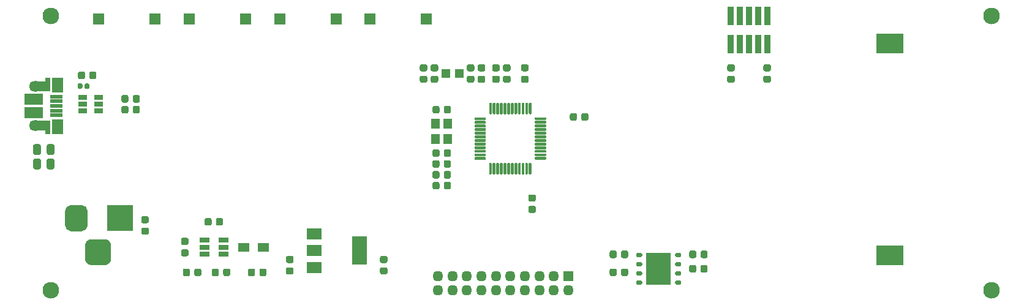
<source format=gbr>
%TF.GenerationSoftware,KiCad,Pcbnew,(5.1.6-0-10_14)*%
%TF.CreationDate,2020-09-13T11:28:01-04:00*%
%TF.ProjectId,EL-Calendar,454c2d43-616c-4656-9e64-61722e6b6963,rev?*%
%TF.SameCoordinates,Original*%
%TF.FileFunction,Soldermask,Top*%
%TF.FilePolarity,Negative*%
%FSLAX46Y46*%
G04 Gerber Fmt 4.6, Leading zero omitted, Abs format (unit mm)*
G04 Created by KiCad (PCBNEW (5.1.6-0-10_14)) date 2020-09-13 11:28:01*
%MOMM*%
%LPD*%
G01*
G04 APERTURE LIST*
%ADD10C,2.300000*%
%ADD11R,3.600000X3.600000*%
%ADD12R,1.200000X1.400000*%
%ADD13R,1.150000X1.200000*%
%ADD14R,1.160000X0.750000*%
%ADD15R,3.500000X4.400000*%
%ADD16R,2.100000X1.600000*%
%ADD17R,2.100000X3.900000*%
%ADD18R,1.320000X0.750000*%
%ADD19R,1.600000X1.600000*%
%ADD20R,1.600000X1.300000*%
%ADD21R,2.600000X1.530000*%
%ADD22O,1.800000X1.450000*%
%ADD23O,1.600000X1.200000*%
%ADD24R,1.750000X0.500000*%
%ADD25R,1.600000X2.100000*%
%ADD26R,0.800000X1.925000*%
%ADD27R,2.100000X1.450000*%
%ADD28O,1.450000X1.450000*%
%ADD29R,1.450000X1.450000*%
%ADD30R,3.700000X2.700000*%
%ADD31R,0.840000X2.500000*%
G04 APERTURE END LIST*
%TO.C,C19*%
G36*
G01*
X79400000Y-102981250D02*
X79400000Y-102018750D01*
G75*
G02*
X79668750Y-101750000I268750J0D01*
G01*
X80206250Y-101750000D01*
G75*
G02*
X80475000Y-102018750I0J-268750D01*
G01*
X80475000Y-102981250D01*
G75*
G02*
X80206250Y-103250000I-268750J0D01*
G01*
X79668750Y-103250000D01*
G75*
G02*
X79400000Y-102981250I0J268750D01*
G01*
G37*
G36*
G01*
X77525000Y-102981250D02*
X77525000Y-102018750D01*
G75*
G02*
X77793750Y-101750000I268750J0D01*
G01*
X78331250Y-101750000D01*
G75*
G02*
X78600000Y-102018750I0J-268750D01*
G01*
X78600000Y-102981250D01*
G75*
G02*
X78331250Y-103250000I-268750J0D01*
G01*
X77793750Y-103250000D01*
G75*
G02*
X77525000Y-102981250I0J268750D01*
G01*
G37*
%TD*%
%TO.C,R13*%
G36*
G01*
X90700000Y-93218750D02*
X90700000Y-93781250D01*
G75*
G02*
X90456250Y-94025000I-243750J0D01*
G01*
X89968750Y-94025000D01*
G75*
G02*
X89725000Y-93781250I0J243750D01*
G01*
X89725000Y-93218750D01*
G75*
G02*
X89968750Y-92975000I243750J0D01*
G01*
X90456250Y-92975000D01*
G75*
G02*
X90700000Y-93218750I0J-243750D01*
G01*
G37*
G36*
G01*
X92275000Y-93218750D02*
X92275000Y-93781250D01*
G75*
G02*
X92031250Y-94025000I-243750J0D01*
G01*
X91543750Y-94025000D01*
G75*
G02*
X91300000Y-93781250I0J243750D01*
G01*
X91300000Y-93218750D01*
G75*
G02*
X91543750Y-92975000I243750J0D01*
G01*
X92031250Y-92975000D01*
G75*
G02*
X92275000Y-93218750I0J-243750D01*
G01*
G37*
%TD*%
%TO.C,R12*%
G36*
G01*
X90700000Y-94718750D02*
X90700000Y-95281250D01*
G75*
G02*
X90456250Y-95525000I-243750J0D01*
G01*
X89968750Y-95525000D01*
G75*
G02*
X89725000Y-95281250I0J243750D01*
G01*
X89725000Y-94718750D01*
G75*
G02*
X89968750Y-94475000I243750J0D01*
G01*
X90456250Y-94475000D01*
G75*
G02*
X90700000Y-94718750I0J-243750D01*
G01*
G37*
G36*
G01*
X92275000Y-94718750D02*
X92275000Y-95281250D01*
G75*
G02*
X92031250Y-95525000I-243750J0D01*
G01*
X91543750Y-95525000D01*
G75*
G02*
X91300000Y-95281250I0J243750D01*
G01*
X91300000Y-94718750D01*
G75*
G02*
X91543750Y-94475000I243750J0D01*
G01*
X92031250Y-94475000D01*
G75*
G02*
X92275000Y-94718750I0J-243750D01*
G01*
G37*
%TD*%
D10*
%TO.C,REF\u002A\u002A*%
X80000000Y-82000000D03*
%TD*%
%TO.C,REF\u002A\u002A*%
X210000000Y-82000000D03*
%TD*%
%TO.C,REF\u002A\u002A*%
X210000000Y-120000000D03*
%TD*%
%TO.C,REF\u002A\u002A*%
X80000000Y-120000000D03*
%TD*%
%TO.C,J1*%
G36*
G01*
X84700000Y-115600000D02*
X84700000Y-113800000D01*
G75*
G02*
X85600000Y-112900000I900000J0D01*
G01*
X87400000Y-112900000D01*
G75*
G02*
X88300000Y-113800000I0J-900000D01*
G01*
X88300000Y-115600000D01*
G75*
G02*
X87400000Y-116500000I-900000J0D01*
G01*
X85600000Y-116500000D01*
G75*
G02*
X84700000Y-115600000I0J900000D01*
G01*
G37*
G36*
G01*
X81950000Y-111025000D02*
X81950000Y-108975000D01*
G75*
G02*
X82725000Y-108200000I775000J0D01*
G01*
X84275000Y-108200000D01*
G75*
G02*
X85050000Y-108975000I0J-775000D01*
G01*
X85050000Y-111025000D01*
G75*
G02*
X84275000Y-111800000I-775000J0D01*
G01*
X82725000Y-111800000D01*
G75*
G02*
X81950000Y-111025000I0J775000D01*
G01*
G37*
D11*
X89500000Y-110000000D03*
%TD*%
D12*
%TO.C,Y2*%
X134825000Y-96950000D03*
X134825000Y-99050000D03*
X133175000Y-99050000D03*
X133175000Y-96950000D03*
%TD*%
D13*
%TO.C,Y1*%
X134575000Y-90000000D03*
X136425000Y-90000000D03*
%TD*%
D14*
%TO.C,U5*%
X86600000Y-94250000D03*
X86600000Y-93300000D03*
X86600000Y-95200000D03*
X84400000Y-95200000D03*
X84400000Y-94250000D03*
X84400000Y-93300000D03*
%TD*%
D15*
%TO.C,U4*%
X164000000Y-117000000D03*
G36*
G01*
X166275000Y-115245000D02*
X166275000Y-114945000D01*
G75*
G02*
X166425000Y-114795000I150000J0D01*
G01*
X166975000Y-114795000D01*
G75*
G02*
X167125000Y-114945000I0J-150000D01*
G01*
X167125000Y-115245000D01*
G75*
G02*
X166975000Y-115395000I-150000J0D01*
G01*
X166425000Y-115395000D01*
G75*
G02*
X166275000Y-115245000I0J150000D01*
G01*
G37*
G36*
G01*
X166275000Y-116515000D02*
X166275000Y-116215000D01*
G75*
G02*
X166425000Y-116065000I150000J0D01*
G01*
X166975000Y-116065000D01*
G75*
G02*
X167125000Y-116215000I0J-150000D01*
G01*
X167125000Y-116515000D01*
G75*
G02*
X166975000Y-116665000I-150000J0D01*
G01*
X166425000Y-116665000D01*
G75*
G02*
X166275000Y-116515000I0J150000D01*
G01*
G37*
G36*
G01*
X166275000Y-117785000D02*
X166275000Y-117485000D01*
G75*
G02*
X166425000Y-117335000I150000J0D01*
G01*
X166975000Y-117335000D01*
G75*
G02*
X167125000Y-117485000I0J-150000D01*
G01*
X167125000Y-117785000D01*
G75*
G02*
X166975000Y-117935000I-150000J0D01*
G01*
X166425000Y-117935000D01*
G75*
G02*
X166275000Y-117785000I0J150000D01*
G01*
G37*
G36*
G01*
X166275000Y-119055000D02*
X166275000Y-118755000D01*
G75*
G02*
X166425000Y-118605000I150000J0D01*
G01*
X166975000Y-118605000D01*
G75*
G02*
X167125000Y-118755000I0J-150000D01*
G01*
X167125000Y-119055000D01*
G75*
G02*
X166975000Y-119205000I-150000J0D01*
G01*
X166425000Y-119205000D01*
G75*
G02*
X166275000Y-119055000I0J150000D01*
G01*
G37*
G36*
G01*
X160875000Y-119055000D02*
X160875000Y-118755000D01*
G75*
G02*
X161025000Y-118605000I150000J0D01*
G01*
X161575000Y-118605000D01*
G75*
G02*
X161725000Y-118755000I0J-150000D01*
G01*
X161725000Y-119055000D01*
G75*
G02*
X161575000Y-119205000I-150000J0D01*
G01*
X161025000Y-119205000D01*
G75*
G02*
X160875000Y-119055000I0J150000D01*
G01*
G37*
G36*
G01*
X160875000Y-117785000D02*
X160875000Y-117485000D01*
G75*
G02*
X161025000Y-117335000I150000J0D01*
G01*
X161575000Y-117335000D01*
G75*
G02*
X161725000Y-117485000I0J-150000D01*
G01*
X161725000Y-117785000D01*
G75*
G02*
X161575000Y-117935000I-150000J0D01*
G01*
X161025000Y-117935000D01*
G75*
G02*
X160875000Y-117785000I0J150000D01*
G01*
G37*
G36*
G01*
X160875000Y-116515000D02*
X160875000Y-116215000D01*
G75*
G02*
X161025000Y-116065000I150000J0D01*
G01*
X161575000Y-116065000D01*
G75*
G02*
X161725000Y-116215000I0J-150000D01*
G01*
X161725000Y-116515000D01*
G75*
G02*
X161575000Y-116665000I-150000J0D01*
G01*
X161025000Y-116665000D01*
G75*
G02*
X160875000Y-116515000I0J150000D01*
G01*
G37*
G36*
G01*
X160875000Y-115245000D02*
X160875000Y-114945000D01*
G75*
G02*
X161025000Y-114795000I150000J0D01*
G01*
X161575000Y-114795000D01*
G75*
G02*
X161725000Y-114945000I0J-150000D01*
G01*
X161725000Y-115245000D01*
G75*
G02*
X161575000Y-115395000I-150000J0D01*
G01*
X161025000Y-115395000D01*
G75*
G02*
X160875000Y-115245000I0J150000D01*
G01*
G37*
%TD*%
D16*
%TO.C,U3*%
X116350000Y-112200000D03*
X116350000Y-116800000D03*
X116350000Y-114500000D03*
D17*
X122650000Y-114500000D03*
%TD*%
%TO.C,U2*%
G36*
G01*
X140550000Y-95525000D02*
X140550000Y-94150000D01*
G75*
G02*
X140650000Y-94050000I100000J0D01*
G01*
X140850000Y-94050000D01*
G75*
G02*
X140950000Y-94150000I0J-100000D01*
G01*
X140950000Y-95525000D01*
G75*
G02*
X140850000Y-95625000I-100000J0D01*
G01*
X140650000Y-95625000D01*
G75*
G02*
X140550000Y-95525000I0J100000D01*
G01*
G37*
G36*
G01*
X141050000Y-95525000D02*
X141050000Y-94150000D01*
G75*
G02*
X141150000Y-94050000I100000J0D01*
G01*
X141350000Y-94050000D01*
G75*
G02*
X141450000Y-94150000I0J-100000D01*
G01*
X141450000Y-95525000D01*
G75*
G02*
X141350000Y-95625000I-100000J0D01*
G01*
X141150000Y-95625000D01*
G75*
G02*
X141050000Y-95525000I0J100000D01*
G01*
G37*
G36*
G01*
X141550000Y-95525000D02*
X141550000Y-94150000D01*
G75*
G02*
X141650000Y-94050000I100000J0D01*
G01*
X141850000Y-94050000D01*
G75*
G02*
X141950000Y-94150000I0J-100000D01*
G01*
X141950000Y-95525000D01*
G75*
G02*
X141850000Y-95625000I-100000J0D01*
G01*
X141650000Y-95625000D01*
G75*
G02*
X141550000Y-95525000I0J100000D01*
G01*
G37*
G36*
G01*
X142050000Y-95525000D02*
X142050000Y-94150000D01*
G75*
G02*
X142150000Y-94050000I100000J0D01*
G01*
X142350000Y-94050000D01*
G75*
G02*
X142450000Y-94150000I0J-100000D01*
G01*
X142450000Y-95525000D01*
G75*
G02*
X142350000Y-95625000I-100000J0D01*
G01*
X142150000Y-95625000D01*
G75*
G02*
X142050000Y-95525000I0J100000D01*
G01*
G37*
G36*
G01*
X142550000Y-95525000D02*
X142550000Y-94150000D01*
G75*
G02*
X142650000Y-94050000I100000J0D01*
G01*
X142850000Y-94050000D01*
G75*
G02*
X142950000Y-94150000I0J-100000D01*
G01*
X142950000Y-95525000D01*
G75*
G02*
X142850000Y-95625000I-100000J0D01*
G01*
X142650000Y-95625000D01*
G75*
G02*
X142550000Y-95525000I0J100000D01*
G01*
G37*
G36*
G01*
X143050000Y-95525000D02*
X143050000Y-94150000D01*
G75*
G02*
X143150000Y-94050000I100000J0D01*
G01*
X143350000Y-94050000D01*
G75*
G02*
X143450000Y-94150000I0J-100000D01*
G01*
X143450000Y-95525000D01*
G75*
G02*
X143350000Y-95625000I-100000J0D01*
G01*
X143150000Y-95625000D01*
G75*
G02*
X143050000Y-95525000I0J100000D01*
G01*
G37*
G36*
G01*
X143550000Y-95525000D02*
X143550000Y-94150000D01*
G75*
G02*
X143650000Y-94050000I100000J0D01*
G01*
X143850000Y-94050000D01*
G75*
G02*
X143950000Y-94150000I0J-100000D01*
G01*
X143950000Y-95525000D01*
G75*
G02*
X143850000Y-95625000I-100000J0D01*
G01*
X143650000Y-95625000D01*
G75*
G02*
X143550000Y-95525000I0J100000D01*
G01*
G37*
G36*
G01*
X144050000Y-95525000D02*
X144050000Y-94150000D01*
G75*
G02*
X144150000Y-94050000I100000J0D01*
G01*
X144350000Y-94050000D01*
G75*
G02*
X144450000Y-94150000I0J-100000D01*
G01*
X144450000Y-95525000D01*
G75*
G02*
X144350000Y-95625000I-100000J0D01*
G01*
X144150000Y-95625000D01*
G75*
G02*
X144050000Y-95525000I0J100000D01*
G01*
G37*
G36*
G01*
X144550000Y-95525000D02*
X144550000Y-94150000D01*
G75*
G02*
X144650000Y-94050000I100000J0D01*
G01*
X144850000Y-94050000D01*
G75*
G02*
X144950000Y-94150000I0J-100000D01*
G01*
X144950000Y-95525000D01*
G75*
G02*
X144850000Y-95625000I-100000J0D01*
G01*
X144650000Y-95625000D01*
G75*
G02*
X144550000Y-95525000I0J100000D01*
G01*
G37*
G36*
G01*
X145050000Y-95525000D02*
X145050000Y-94150000D01*
G75*
G02*
X145150000Y-94050000I100000J0D01*
G01*
X145350000Y-94050000D01*
G75*
G02*
X145450000Y-94150000I0J-100000D01*
G01*
X145450000Y-95525000D01*
G75*
G02*
X145350000Y-95625000I-100000J0D01*
G01*
X145150000Y-95625000D01*
G75*
G02*
X145050000Y-95525000I0J100000D01*
G01*
G37*
G36*
G01*
X145550000Y-95525000D02*
X145550000Y-94150000D01*
G75*
G02*
X145650000Y-94050000I100000J0D01*
G01*
X145850000Y-94050000D01*
G75*
G02*
X145950000Y-94150000I0J-100000D01*
G01*
X145950000Y-95525000D01*
G75*
G02*
X145850000Y-95625000I-100000J0D01*
G01*
X145650000Y-95625000D01*
G75*
G02*
X145550000Y-95525000I0J100000D01*
G01*
G37*
G36*
G01*
X146050000Y-95525000D02*
X146050000Y-94150000D01*
G75*
G02*
X146150000Y-94050000I100000J0D01*
G01*
X146350000Y-94050000D01*
G75*
G02*
X146450000Y-94150000I0J-100000D01*
G01*
X146450000Y-95525000D01*
G75*
G02*
X146350000Y-95625000I-100000J0D01*
G01*
X146150000Y-95625000D01*
G75*
G02*
X146050000Y-95525000I0J100000D01*
G01*
G37*
G36*
G01*
X146875000Y-96350000D02*
X146875000Y-96150000D01*
G75*
G02*
X146975000Y-96050000I100000J0D01*
G01*
X148350000Y-96050000D01*
G75*
G02*
X148450000Y-96150000I0J-100000D01*
G01*
X148450000Y-96350000D01*
G75*
G02*
X148350000Y-96450000I-100000J0D01*
G01*
X146975000Y-96450000D01*
G75*
G02*
X146875000Y-96350000I0J100000D01*
G01*
G37*
G36*
G01*
X146875000Y-96850000D02*
X146875000Y-96650000D01*
G75*
G02*
X146975000Y-96550000I100000J0D01*
G01*
X148350000Y-96550000D01*
G75*
G02*
X148450000Y-96650000I0J-100000D01*
G01*
X148450000Y-96850000D01*
G75*
G02*
X148350000Y-96950000I-100000J0D01*
G01*
X146975000Y-96950000D01*
G75*
G02*
X146875000Y-96850000I0J100000D01*
G01*
G37*
G36*
G01*
X146875000Y-97350000D02*
X146875000Y-97150000D01*
G75*
G02*
X146975000Y-97050000I100000J0D01*
G01*
X148350000Y-97050000D01*
G75*
G02*
X148450000Y-97150000I0J-100000D01*
G01*
X148450000Y-97350000D01*
G75*
G02*
X148350000Y-97450000I-100000J0D01*
G01*
X146975000Y-97450000D01*
G75*
G02*
X146875000Y-97350000I0J100000D01*
G01*
G37*
G36*
G01*
X146875000Y-97850000D02*
X146875000Y-97650000D01*
G75*
G02*
X146975000Y-97550000I100000J0D01*
G01*
X148350000Y-97550000D01*
G75*
G02*
X148450000Y-97650000I0J-100000D01*
G01*
X148450000Y-97850000D01*
G75*
G02*
X148350000Y-97950000I-100000J0D01*
G01*
X146975000Y-97950000D01*
G75*
G02*
X146875000Y-97850000I0J100000D01*
G01*
G37*
G36*
G01*
X146875000Y-98350000D02*
X146875000Y-98150000D01*
G75*
G02*
X146975000Y-98050000I100000J0D01*
G01*
X148350000Y-98050000D01*
G75*
G02*
X148450000Y-98150000I0J-100000D01*
G01*
X148450000Y-98350000D01*
G75*
G02*
X148350000Y-98450000I-100000J0D01*
G01*
X146975000Y-98450000D01*
G75*
G02*
X146875000Y-98350000I0J100000D01*
G01*
G37*
G36*
G01*
X146875000Y-98850000D02*
X146875000Y-98650000D01*
G75*
G02*
X146975000Y-98550000I100000J0D01*
G01*
X148350000Y-98550000D01*
G75*
G02*
X148450000Y-98650000I0J-100000D01*
G01*
X148450000Y-98850000D01*
G75*
G02*
X148350000Y-98950000I-100000J0D01*
G01*
X146975000Y-98950000D01*
G75*
G02*
X146875000Y-98850000I0J100000D01*
G01*
G37*
G36*
G01*
X146875000Y-99350000D02*
X146875000Y-99150000D01*
G75*
G02*
X146975000Y-99050000I100000J0D01*
G01*
X148350000Y-99050000D01*
G75*
G02*
X148450000Y-99150000I0J-100000D01*
G01*
X148450000Y-99350000D01*
G75*
G02*
X148350000Y-99450000I-100000J0D01*
G01*
X146975000Y-99450000D01*
G75*
G02*
X146875000Y-99350000I0J100000D01*
G01*
G37*
G36*
G01*
X146875000Y-99850000D02*
X146875000Y-99650000D01*
G75*
G02*
X146975000Y-99550000I100000J0D01*
G01*
X148350000Y-99550000D01*
G75*
G02*
X148450000Y-99650000I0J-100000D01*
G01*
X148450000Y-99850000D01*
G75*
G02*
X148350000Y-99950000I-100000J0D01*
G01*
X146975000Y-99950000D01*
G75*
G02*
X146875000Y-99850000I0J100000D01*
G01*
G37*
G36*
G01*
X146875000Y-100350000D02*
X146875000Y-100150000D01*
G75*
G02*
X146975000Y-100050000I100000J0D01*
G01*
X148350000Y-100050000D01*
G75*
G02*
X148450000Y-100150000I0J-100000D01*
G01*
X148450000Y-100350000D01*
G75*
G02*
X148350000Y-100450000I-100000J0D01*
G01*
X146975000Y-100450000D01*
G75*
G02*
X146875000Y-100350000I0J100000D01*
G01*
G37*
G36*
G01*
X146875000Y-100850000D02*
X146875000Y-100650000D01*
G75*
G02*
X146975000Y-100550000I100000J0D01*
G01*
X148350000Y-100550000D01*
G75*
G02*
X148450000Y-100650000I0J-100000D01*
G01*
X148450000Y-100850000D01*
G75*
G02*
X148350000Y-100950000I-100000J0D01*
G01*
X146975000Y-100950000D01*
G75*
G02*
X146875000Y-100850000I0J100000D01*
G01*
G37*
G36*
G01*
X146875000Y-101350000D02*
X146875000Y-101150000D01*
G75*
G02*
X146975000Y-101050000I100000J0D01*
G01*
X148350000Y-101050000D01*
G75*
G02*
X148450000Y-101150000I0J-100000D01*
G01*
X148450000Y-101350000D01*
G75*
G02*
X148350000Y-101450000I-100000J0D01*
G01*
X146975000Y-101450000D01*
G75*
G02*
X146875000Y-101350000I0J100000D01*
G01*
G37*
G36*
G01*
X146875000Y-101850000D02*
X146875000Y-101650000D01*
G75*
G02*
X146975000Y-101550000I100000J0D01*
G01*
X148350000Y-101550000D01*
G75*
G02*
X148450000Y-101650000I0J-100000D01*
G01*
X148450000Y-101850000D01*
G75*
G02*
X148350000Y-101950000I-100000J0D01*
G01*
X146975000Y-101950000D01*
G75*
G02*
X146875000Y-101850000I0J100000D01*
G01*
G37*
G36*
G01*
X146050000Y-103850000D02*
X146050000Y-102475000D01*
G75*
G02*
X146150000Y-102375000I100000J0D01*
G01*
X146350000Y-102375000D01*
G75*
G02*
X146450000Y-102475000I0J-100000D01*
G01*
X146450000Y-103850000D01*
G75*
G02*
X146350000Y-103950000I-100000J0D01*
G01*
X146150000Y-103950000D01*
G75*
G02*
X146050000Y-103850000I0J100000D01*
G01*
G37*
G36*
G01*
X145550000Y-103850000D02*
X145550000Y-102475000D01*
G75*
G02*
X145650000Y-102375000I100000J0D01*
G01*
X145850000Y-102375000D01*
G75*
G02*
X145950000Y-102475000I0J-100000D01*
G01*
X145950000Y-103850000D01*
G75*
G02*
X145850000Y-103950000I-100000J0D01*
G01*
X145650000Y-103950000D01*
G75*
G02*
X145550000Y-103850000I0J100000D01*
G01*
G37*
G36*
G01*
X145050000Y-103850000D02*
X145050000Y-102475000D01*
G75*
G02*
X145150000Y-102375000I100000J0D01*
G01*
X145350000Y-102375000D01*
G75*
G02*
X145450000Y-102475000I0J-100000D01*
G01*
X145450000Y-103850000D01*
G75*
G02*
X145350000Y-103950000I-100000J0D01*
G01*
X145150000Y-103950000D01*
G75*
G02*
X145050000Y-103850000I0J100000D01*
G01*
G37*
G36*
G01*
X144550000Y-103850000D02*
X144550000Y-102475000D01*
G75*
G02*
X144650000Y-102375000I100000J0D01*
G01*
X144850000Y-102375000D01*
G75*
G02*
X144950000Y-102475000I0J-100000D01*
G01*
X144950000Y-103850000D01*
G75*
G02*
X144850000Y-103950000I-100000J0D01*
G01*
X144650000Y-103950000D01*
G75*
G02*
X144550000Y-103850000I0J100000D01*
G01*
G37*
G36*
G01*
X144050000Y-103850000D02*
X144050000Y-102475000D01*
G75*
G02*
X144150000Y-102375000I100000J0D01*
G01*
X144350000Y-102375000D01*
G75*
G02*
X144450000Y-102475000I0J-100000D01*
G01*
X144450000Y-103850000D01*
G75*
G02*
X144350000Y-103950000I-100000J0D01*
G01*
X144150000Y-103950000D01*
G75*
G02*
X144050000Y-103850000I0J100000D01*
G01*
G37*
G36*
G01*
X143550000Y-103850000D02*
X143550000Y-102475000D01*
G75*
G02*
X143650000Y-102375000I100000J0D01*
G01*
X143850000Y-102375000D01*
G75*
G02*
X143950000Y-102475000I0J-100000D01*
G01*
X143950000Y-103850000D01*
G75*
G02*
X143850000Y-103950000I-100000J0D01*
G01*
X143650000Y-103950000D01*
G75*
G02*
X143550000Y-103850000I0J100000D01*
G01*
G37*
G36*
G01*
X143050000Y-103850000D02*
X143050000Y-102475000D01*
G75*
G02*
X143150000Y-102375000I100000J0D01*
G01*
X143350000Y-102375000D01*
G75*
G02*
X143450000Y-102475000I0J-100000D01*
G01*
X143450000Y-103850000D01*
G75*
G02*
X143350000Y-103950000I-100000J0D01*
G01*
X143150000Y-103950000D01*
G75*
G02*
X143050000Y-103850000I0J100000D01*
G01*
G37*
G36*
G01*
X142550000Y-103850000D02*
X142550000Y-102475000D01*
G75*
G02*
X142650000Y-102375000I100000J0D01*
G01*
X142850000Y-102375000D01*
G75*
G02*
X142950000Y-102475000I0J-100000D01*
G01*
X142950000Y-103850000D01*
G75*
G02*
X142850000Y-103950000I-100000J0D01*
G01*
X142650000Y-103950000D01*
G75*
G02*
X142550000Y-103850000I0J100000D01*
G01*
G37*
G36*
G01*
X142050000Y-103850000D02*
X142050000Y-102475000D01*
G75*
G02*
X142150000Y-102375000I100000J0D01*
G01*
X142350000Y-102375000D01*
G75*
G02*
X142450000Y-102475000I0J-100000D01*
G01*
X142450000Y-103850000D01*
G75*
G02*
X142350000Y-103950000I-100000J0D01*
G01*
X142150000Y-103950000D01*
G75*
G02*
X142050000Y-103850000I0J100000D01*
G01*
G37*
G36*
G01*
X141550000Y-103850000D02*
X141550000Y-102475000D01*
G75*
G02*
X141650000Y-102375000I100000J0D01*
G01*
X141850000Y-102375000D01*
G75*
G02*
X141950000Y-102475000I0J-100000D01*
G01*
X141950000Y-103850000D01*
G75*
G02*
X141850000Y-103950000I-100000J0D01*
G01*
X141650000Y-103950000D01*
G75*
G02*
X141550000Y-103850000I0J100000D01*
G01*
G37*
G36*
G01*
X141050000Y-103850000D02*
X141050000Y-102475000D01*
G75*
G02*
X141150000Y-102375000I100000J0D01*
G01*
X141350000Y-102375000D01*
G75*
G02*
X141450000Y-102475000I0J-100000D01*
G01*
X141450000Y-103850000D01*
G75*
G02*
X141350000Y-103950000I-100000J0D01*
G01*
X141150000Y-103950000D01*
G75*
G02*
X141050000Y-103850000I0J100000D01*
G01*
G37*
G36*
G01*
X140550000Y-103850000D02*
X140550000Y-102475000D01*
G75*
G02*
X140650000Y-102375000I100000J0D01*
G01*
X140850000Y-102375000D01*
G75*
G02*
X140950000Y-102475000I0J-100000D01*
G01*
X140950000Y-103850000D01*
G75*
G02*
X140850000Y-103950000I-100000J0D01*
G01*
X140650000Y-103950000D01*
G75*
G02*
X140550000Y-103850000I0J100000D01*
G01*
G37*
G36*
G01*
X138550000Y-101850000D02*
X138550000Y-101650000D01*
G75*
G02*
X138650000Y-101550000I100000J0D01*
G01*
X140025000Y-101550000D01*
G75*
G02*
X140125000Y-101650000I0J-100000D01*
G01*
X140125000Y-101850000D01*
G75*
G02*
X140025000Y-101950000I-100000J0D01*
G01*
X138650000Y-101950000D01*
G75*
G02*
X138550000Y-101850000I0J100000D01*
G01*
G37*
G36*
G01*
X138550000Y-101350000D02*
X138550000Y-101150000D01*
G75*
G02*
X138650000Y-101050000I100000J0D01*
G01*
X140025000Y-101050000D01*
G75*
G02*
X140125000Y-101150000I0J-100000D01*
G01*
X140125000Y-101350000D01*
G75*
G02*
X140025000Y-101450000I-100000J0D01*
G01*
X138650000Y-101450000D01*
G75*
G02*
X138550000Y-101350000I0J100000D01*
G01*
G37*
G36*
G01*
X138550000Y-100850000D02*
X138550000Y-100650000D01*
G75*
G02*
X138650000Y-100550000I100000J0D01*
G01*
X140025000Y-100550000D01*
G75*
G02*
X140125000Y-100650000I0J-100000D01*
G01*
X140125000Y-100850000D01*
G75*
G02*
X140025000Y-100950000I-100000J0D01*
G01*
X138650000Y-100950000D01*
G75*
G02*
X138550000Y-100850000I0J100000D01*
G01*
G37*
G36*
G01*
X138550000Y-100350000D02*
X138550000Y-100150000D01*
G75*
G02*
X138650000Y-100050000I100000J0D01*
G01*
X140025000Y-100050000D01*
G75*
G02*
X140125000Y-100150000I0J-100000D01*
G01*
X140125000Y-100350000D01*
G75*
G02*
X140025000Y-100450000I-100000J0D01*
G01*
X138650000Y-100450000D01*
G75*
G02*
X138550000Y-100350000I0J100000D01*
G01*
G37*
G36*
G01*
X138550000Y-99850000D02*
X138550000Y-99650000D01*
G75*
G02*
X138650000Y-99550000I100000J0D01*
G01*
X140025000Y-99550000D01*
G75*
G02*
X140125000Y-99650000I0J-100000D01*
G01*
X140125000Y-99850000D01*
G75*
G02*
X140025000Y-99950000I-100000J0D01*
G01*
X138650000Y-99950000D01*
G75*
G02*
X138550000Y-99850000I0J100000D01*
G01*
G37*
G36*
G01*
X138550000Y-99350000D02*
X138550000Y-99150000D01*
G75*
G02*
X138650000Y-99050000I100000J0D01*
G01*
X140025000Y-99050000D01*
G75*
G02*
X140125000Y-99150000I0J-100000D01*
G01*
X140125000Y-99350000D01*
G75*
G02*
X140025000Y-99450000I-100000J0D01*
G01*
X138650000Y-99450000D01*
G75*
G02*
X138550000Y-99350000I0J100000D01*
G01*
G37*
G36*
G01*
X138550000Y-98850000D02*
X138550000Y-98650000D01*
G75*
G02*
X138650000Y-98550000I100000J0D01*
G01*
X140025000Y-98550000D01*
G75*
G02*
X140125000Y-98650000I0J-100000D01*
G01*
X140125000Y-98850000D01*
G75*
G02*
X140025000Y-98950000I-100000J0D01*
G01*
X138650000Y-98950000D01*
G75*
G02*
X138550000Y-98850000I0J100000D01*
G01*
G37*
G36*
G01*
X138550000Y-98350000D02*
X138550000Y-98150000D01*
G75*
G02*
X138650000Y-98050000I100000J0D01*
G01*
X140025000Y-98050000D01*
G75*
G02*
X140125000Y-98150000I0J-100000D01*
G01*
X140125000Y-98350000D01*
G75*
G02*
X140025000Y-98450000I-100000J0D01*
G01*
X138650000Y-98450000D01*
G75*
G02*
X138550000Y-98350000I0J100000D01*
G01*
G37*
G36*
G01*
X138550000Y-97850000D02*
X138550000Y-97650000D01*
G75*
G02*
X138650000Y-97550000I100000J0D01*
G01*
X140025000Y-97550000D01*
G75*
G02*
X140125000Y-97650000I0J-100000D01*
G01*
X140125000Y-97850000D01*
G75*
G02*
X140025000Y-97950000I-100000J0D01*
G01*
X138650000Y-97950000D01*
G75*
G02*
X138550000Y-97850000I0J100000D01*
G01*
G37*
G36*
G01*
X138550000Y-97350000D02*
X138550000Y-97150000D01*
G75*
G02*
X138650000Y-97050000I100000J0D01*
G01*
X140025000Y-97050000D01*
G75*
G02*
X140125000Y-97150000I0J-100000D01*
G01*
X140125000Y-97350000D01*
G75*
G02*
X140025000Y-97450000I-100000J0D01*
G01*
X138650000Y-97450000D01*
G75*
G02*
X138550000Y-97350000I0J100000D01*
G01*
G37*
G36*
G01*
X138550000Y-96850000D02*
X138550000Y-96650000D01*
G75*
G02*
X138650000Y-96550000I100000J0D01*
G01*
X140025000Y-96550000D01*
G75*
G02*
X140125000Y-96650000I0J-100000D01*
G01*
X140125000Y-96850000D01*
G75*
G02*
X140025000Y-96950000I-100000J0D01*
G01*
X138650000Y-96950000D01*
G75*
G02*
X138550000Y-96850000I0J100000D01*
G01*
G37*
G36*
G01*
X138550000Y-96350000D02*
X138550000Y-96150000D01*
G75*
G02*
X138650000Y-96050000I100000J0D01*
G01*
X140025000Y-96050000D01*
G75*
G02*
X140125000Y-96150000I0J-100000D01*
G01*
X140125000Y-96350000D01*
G75*
G02*
X140025000Y-96450000I-100000J0D01*
G01*
X138650000Y-96450000D01*
G75*
G02*
X138550000Y-96350000I0J100000D01*
G01*
G37*
%TD*%
D18*
%TO.C,U1*%
X103810000Y-113050000D03*
X103810000Y-114000000D03*
X103810000Y-114950000D03*
X101190000Y-114950000D03*
X101190000Y-114000000D03*
X101190000Y-113050000D03*
%TD*%
D19*
%TO.C,SW4*%
X94400000Y-82500000D03*
X86600000Y-82500000D03*
%TD*%
%TO.C,SW3*%
X106900000Y-82500000D03*
X99100000Y-82500000D03*
%TD*%
%TO.C,SW2*%
X119400000Y-82500000D03*
X111600000Y-82500000D03*
%TD*%
%TO.C,SW1*%
X131900000Y-82500000D03*
X124100000Y-82500000D03*
%TD*%
%TO.C,R11*%
G36*
G01*
X79400000Y-100981250D02*
X79400000Y-100018750D01*
G75*
G02*
X79668750Y-99750000I268750J0D01*
G01*
X80206250Y-99750000D01*
G75*
G02*
X80475000Y-100018750I0J-268750D01*
G01*
X80475000Y-100981250D01*
G75*
G02*
X80206250Y-101250000I-268750J0D01*
G01*
X79668750Y-101250000D01*
G75*
G02*
X79400000Y-100981250I0J268750D01*
G01*
G37*
G36*
G01*
X77525000Y-100981250D02*
X77525000Y-100018750D01*
G75*
G02*
X77793750Y-99750000I268750J0D01*
G01*
X78331250Y-99750000D01*
G75*
G02*
X78600000Y-100018750I0J-268750D01*
G01*
X78600000Y-100981250D01*
G75*
G02*
X78331250Y-101250000I-268750J0D01*
G01*
X77793750Y-101250000D01*
G75*
G02*
X77525000Y-100981250I0J268750D01*
G01*
G37*
%TD*%
%TO.C,R10*%
G36*
G01*
X169200000Y-116718750D02*
X169200000Y-117281250D01*
G75*
G02*
X168956250Y-117525000I-243750J0D01*
G01*
X168468750Y-117525000D01*
G75*
G02*
X168225000Y-117281250I0J243750D01*
G01*
X168225000Y-116718750D01*
G75*
G02*
X168468750Y-116475000I243750J0D01*
G01*
X168956250Y-116475000D01*
G75*
G02*
X169200000Y-116718750I0J-243750D01*
G01*
G37*
G36*
G01*
X170775000Y-116718750D02*
X170775000Y-117281250D01*
G75*
G02*
X170531250Y-117525000I-243750J0D01*
G01*
X170043750Y-117525000D01*
G75*
G02*
X169800000Y-117281250I0J243750D01*
G01*
X169800000Y-116718750D01*
G75*
G02*
X170043750Y-116475000I243750J0D01*
G01*
X170531250Y-116475000D01*
G75*
G02*
X170775000Y-116718750I0J-243750D01*
G01*
G37*
%TD*%
%TO.C,R9*%
G36*
G01*
X158800000Y-117781250D02*
X158800000Y-117218750D01*
G75*
G02*
X159043750Y-116975000I243750J0D01*
G01*
X159531250Y-116975000D01*
G75*
G02*
X159775000Y-117218750I0J-243750D01*
G01*
X159775000Y-117781250D01*
G75*
G02*
X159531250Y-118025000I-243750J0D01*
G01*
X159043750Y-118025000D01*
G75*
G02*
X158800000Y-117781250I0J243750D01*
G01*
G37*
G36*
G01*
X157225000Y-117781250D02*
X157225000Y-117218750D01*
G75*
G02*
X157468750Y-116975000I243750J0D01*
G01*
X157956250Y-116975000D01*
G75*
G02*
X158200000Y-117218750I0J-243750D01*
G01*
X158200000Y-117781250D01*
G75*
G02*
X157956250Y-118025000I-243750J0D01*
G01*
X157468750Y-118025000D01*
G75*
G02*
X157225000Y-117781250I0J243750D01*
G01*
G37*
%TD*%
%TO.C,R8*%
G36*
G01*
X158800000Y-115281250D02*
X158800000Y-114718750D01*
G75*
G02*
X159043750Y-114475000I243750J0D01*
G01*
X159531250Y-114475000D01*
G75*
G02*
X159775000Y-114718750I0J-243750D01*
G01*
X159775000Y-115281250D01*
G75*
G02*
X159531250Y-115525000I-243750J0D01*
G01*
X159043750Y-115525000D01*
G75*
G02*
X158800000Y-115281250I0J243750D01*
G01*
G37*
G36*
G01*
X157225000Y-115281250D02*
X157225000Y-114718750D01*
G75*
G02*
X157468750Y-114475000I243750J0D01*
G01*
X157956250Y-114475000D01*
G75*
G02*
X158200000Y-114718750I0J-243750D01*
G01*
X158200000Y-115281250D01*
G75*
G02*
X157956250Y-115525000I-243750J0D01*
G01*
X157468750Y-115525000D01*
G75*
G02*
X157225000Y-115281250I0J243750D01*
G01*
G37*
%TD*%
%TO.C,R7*%
G36*
G01*
X179281250Y-89700000D02*
X178718750Y-89700000D01*
G75*
G02*
X178475000Y-89456250I0J243750D01*
G01*
X178475000Y-88968750D01*
G75*
G02*
X178718750Y-88725000I243750J0D01*
G01*
X179281250Y-88725000D01*
G75*
G02*
X179525000Y-88968750I0J-243750D01*
G01*
X179525000Y-89456250D01*
G75*
G02*
X179281250Y-89700000I-243750J0D01*
G01*
G37*
G36*
G01*
X179281250Y-91275000D02*
X178718750Y-91275000D01*
G75*
G02*
X178475000Y-91031250I0J243750D01*
G01*
X178475000Y-90543750D01*
G75*
G02*
X178718750Y-90300000I243750J0D01*
G01*
X179281250Y-90300000D01*
G75*
G02*
X179525000Y-90543750I0J-243750D01*
G01*
X179525000Y-91031250D01*
G75*
G02*
X179281250Y-91275000I-243750J0D01*
G01*
G37*
%TD*%
%TO.C,R6*%
G36*
G01*
X174281250Y-89700000D02*
X173718750Y-89700000D01*
G75*
G02*
X173475000Y-89456250I0J243750D01*
G01*
X173475000Y-88968750D01*
G75*
G02*
X173718750Y-88725000I243750J0D01*
G01*
X174281250Y-88725000D01*
G75*
G02*
X174525000Y-88968750I0J-243750D01*
G01*
X174525000Y-89456250D01*
G75*
G02*
X174281250Y-89700000I-243750J0D01*
G01*
G37*
G36*
G01*
X174281250Y-91275000D02*
X173718750Y-91275000D01*
G75*
G02*
X173475000Y-91031250I0J243750D01*
G01*
X173475000Y-90543750D01*
G75*
G02*
X173718750Y-90300000I243750J0D01*
G01*
X174281250Y-90300000D01*
G75*
G02*
X174525000Y-90543750I0J-243750D01*
G01*
X174525000Y-91031250D01*
G75*
G02*
X174281250Y-91275000I-243750J0D01*
G01*
G37*
%TD*%
%TO.C,R5*%
G36*
G01*
X98218750Y-114300000D02*
X98781250Y-114300000D01*
G75*
G02*
X99025000Y-114543750I0J-243750D01*
G01*
X99025000Y-115031250D01*
G75*
G02*
X98781250Y-115275000I-243750J0D01*
G01*
X98218750Y-115275000D01*
G75*
G02*
X97975000Y-115031250I0J243750D01*
G01*
X97975000Y-114543750D01*
G75*
G02*
X98218750Y-114300000I243750J0D01*
G01*
G37*
G36*
G01*
X98218750Y-112725000D02*
X98781250Y-112725000D01*
G75*
G02*
X99025000Y-112968750I0J-243750D01*
G01*
X99025000Y-113456250D01*
G75*
G02*
X98781250Y-113700000I-243750J0D01*
G01*
X98218750Y-113700000D01*
G75*
G02*
X97975000Y-113456250I0J243750D01*
G01*
X97975000Y-112968750D01*
G75*
G02*
X98218750Y-112725000I243750J0D01*
G01*
G37*
%TD*%
%TO.C,R4*%
G36*
G01*
X99800000Y-117781250D02*
X99800000Y-117218750D01*
G75*
G02*
X100043750Y-116975000I243750J0D01*
G01*
X100531250Y-116975000D01*
G75*
G02*
X100775000Y-117218750I0J-243750D01*
G01*
X100775000Y-117781250D01*
G75*
G02*
X100531250Y-118025000I-243750J0D01*
G01*
X100043750Y-118025000D01*
G75*
G02*
X99800000Y-117781250I0J243750D01*
G01*
G37*
G36*
G01*
X98225000Y-117781250D02*
X98225000Y-117218750D01*
G75*
G02*
X98468750Y-116975000I243750J0D01*
G01*
X98956250Y-116975000D01*
G75*
G02*
X99200000Y-117218750I0J-243750D01*
G01*
X99200000Y-117781250D01*
G75*
G02*
X98956250Y-118025000I-243750J0D01*
G01*
X98468750Y-118025000D01*
G75*
G02*
X98225000Y-117781250I0J243750D01*
G01*
G37*
%TD*%
%TO.C,R3*%
G36*
G01*
X145218750Y-90300000D02*
X145781250Y-90300000D01*
G75*
G02*
X146025000Y-90543750I0J-243750D01*
G01*
X146025000Y-91031250D01*
G75*
G02*
X145781250Y-91275000I-243750J0D01*
G01*
X145218750Y-91275000D01*
G75*
G02*
X144975000Y-91031250I0J243750D01*
G01*
X144975000Y-90543750D01*
G75*
G02*
X145218750Y-90300000I243750J0D01*
G01*
G37*
G36*
G01*
X145218750Y-88725000D02*
X145781250Y-88725000D01*
G75*
G02*
X146025000Y-88968750I0J-243750D01*
G01*
X146025000Y-89456250D01*
G75*
G02*
X145781250Y-89700000I-243750J0D01*
G01*
X145218750Y-89700000D01*
G75*
G02*
X144975000Y-89456250I0J243750D01*
G01*
X144975000Y-88968750D01*
G75*
G02*
X145218750Y-88725000I243750J0D01*
G01*
G37*
%TD*%
%TO.C,R2*%
G36*
G01*
X142718750Y-90300000D02*
X143281250Y-90300000D01*
G75*
G02*
X143525000Y-90543750I0J-243750D01*
G01*
X143525000Y-91031250D01*
G75*
G02*
X143281250Y-91275000I-243750J0D01*
G01*
X142718750Y-91275000D01*
G75*
G02*
X142475000Y-91031250I0J243750D01*
G01*
X142475000Y-90543750D01*
G75*
G02*
X142718750Y-90300000I243750J0D01*
G01*
G37*
G36*
G01*
X142718750Y-88725000D02*
X143281250Y-88725000D01*
G75*
G02*
X143525000Y-88968750I0J-243750D01*
G01*
X143525000Y-89456250D01*
G75*
G02*
X143281250Y-89700000I-243750J0D01*
G01*
X142718750Y-89700000D01*
G75*
G02*
X142475000Y-89456250I0J243750D01*
G01*
X142475000Y-88968750D01*
G75*
G02*
X142718750Y-88725000I243750J0D01*
G01*
G37*
%TD*%
%TO.C,R1*%
G36*
G01*
X131781250Y-89700000D02*
X131218750Y-89700000D01*
G75*
G02*
X130975000Y-89456250I0J243750D01*
G01*
X130975000Y-88968750D01*
G75*
G02*
X131218750Y-88725000I243750J0D01*
G01*
X131781250Y-88725000D01*
G75*
G02*
X132025000Y-88968750I0J-243750D01*
G01*
X132025000Y-89456250D01*
G75*
G02*
X131781250Y-89700000I-243750J0D01*
G01*
G37*
G36*
G01*
X131781250Y-91275000D02*
X131218750Y-91275000D01*
G75*
G02*
X130975000Y-91031250I0J243750D01*
G01*
X130975000Y-90543750D01*
G75*
G02*
X131218750Y-90300000I243750J0D01*
G01*
X131781250Y-90300000D01*
G75*
G02*
X132025000Y-90543750I0J-243750D01*
G01*
X132025000Y-91031250D01*
G75*
G02*
X131781250Y-91275000I-243750J0D01*
G01*
G37*
%TD*%
D20*
%TO.C,L1*%
X109350000Y-114000000D03*
X106650000Y-114000000D03*
%TD*%
D21*
%TO.C,J3*%
X77615000Y-95435000D03*
X77615000Y-93515000D03*
D22*
X77885000Y-97205000D03*
X77885000Y-91745000D03*
D23*
X80885000Y-96895000D03*
X80885000Y-92055000D03*
D24*
X80765000Y-95775000D03*
X80765000Y-95125000D03*
X80765000Y-94475000D03*
X80765000Y-93825000D03*
X80765000Y-93175000D03*
D25*
X80885000Y-97375000D03*
X80865000Y-91625000D03*
D26*
X79565000Y-97475000D03*
X79565000Y-91525000D03*
D27*
X78815000Y-91745000D03*
X78815000Y-97225000D03*
%TD*%
D28*
%TO.C,J2*%
X133500000Y-120000000D03*
X133500000Y-118000000D03*
X135500000Y-120000000D03*
X135500000Y-118000000D03*
X137500000Y-120000000D03*
X137500000Y-118000000D03*
X139500000Y-120000000D03*
X139500000Y-118000000D03*
X141500000Y-120000000D03*
X141500000Y-118000000D03*
X143500000Y-120000000D03*
X143500000Y-118000000D03*
X145500000Y-120000000D03*
X145500000Y-118000000D03*
X147500000Y-120000000D03*
X147500000Y-118000000D03*
X149500000Y-120000000D03*
X149500000Y-118000000D03*
X151500000Y-120000000D03*
D29*
X151500000Y-118000000D03*
%TD*%
%TO.C,FB1*%
G36*
G01*
X133700000Y-105218750D02*
X133700000Y-105781250D01*
G75*
G02*
X133456250Y-106025000I-243750J0D01*
G01*
X132968750Y-106025000D01*
G75*
G02*
X132725000Y-105781250I0J243750D01*
G01*
X132725000Y-105218750D01*
G75*
G02*
X132968750Y-104975000I243750J0D01*
G01*
X133456250Y-104975000D01*
G75*
G02*
X133700000Y-105218750I0J-243750D01*
G01*
G37*
G36*
G01*
X135275000Y-105218750D02*
X135275000Y-105781250D01*
G75*
G02*
X135031250Y-106025000I-243750J0D01*
G01*
X134543750Y-106025000D01*
G75*
G02*
X134300000Y-105781250I0J243750D01*
G01*
X134300000Y-105218750D01*
G75*
G02*
X134543750Y-104975000I243750J0D01*
G01*
X135031250Y-104975000D01*
G75*
G02*
X135275000Y-105218750I0J-243750D01*
G01*
G37*
%TD*%
%TO.C,D1*%
G36*
G01*
X84625000Y-91947500D02*
X84625000Y-91552500D01*
G75*
G02*
X84797500Y-91380000I172500J0D01*
G01*
X85142500Y-91380000D01*
G75*
G02*
X85315000Y-91552500I0J-172500D01*
G01*
X85315000Y-91947500D01*
G75*
G02*
X85142500Y-92120000I-172500J0D01*
G01*
X84797500Y-92120000D01*
G75*
G02*
X84625000Y-91947500I0J172500D01*
G01*
G37*
G36*
G01*
X83655000Y-91947500D02*
X83655000Y-91552500D01*
G75*
G02*
X83827500Y-91380000I172500J0D01*
G01*
X84172500Y-91380000D01*
G75*
G02*
X84345000Y-91552500I0J-172500D01*
G01*
X84345000Y-91947500D01*
G75*
G02*
X84172500Y-92120000I-172500J0D01*
G01*
X83827500Y-92120000D01*
G75*
G02*
X83655000Y-91947500I0J172500D01*
G01*
G37*
%TD*%
%TO.C,C18*%
G36*
G01*
X85300000Y-90531250D02*
X85300000Y-89968750D01*
G75*
G02*
X85543750Y-89725000I243750J0D01*
G01*
X86031250Y-89725000D01*
G75*
G02*
X86275000Y-89968750I0J-243750D01*
G01*
X86275000Y-90531250D01*
G75*
G02*
X86031250Y-90775000I-243750J0D01*
G01*
X85543750Y-90775000D01*
G75*
G02*
X85300000Y-90531250I0J243750D01*
G01*
G37*
G36*
G01*
X83725000Y-90531250D02*
X83725000Y-89968750D01*
G75*
G02*
X83968750Y-89725000I243750J0D01*
G01*
X84456250Y-89725000D01*
G75*
G02*
X84700000Y-89968750I0J-243750D01*
G01*
X84700000Y-90531250D01*
G75*
G02*
X84456250Y-90775000I-243750J0D01*
G01*
X83968750Y-90775000D01*
G75*
G02*
X83725000Y-90531250I0J243750D01*
G01*
G37*
%TD*%
%TO.C,C17*%
G36*
G01*
X169200000Y-114718750D02*
X169200000Y-115281250D01*
G75*
G02*
X168956250Y-115525000I-243750J0D01*
G01*
X168468750Y-115525000D01*
G75*
G02*
X168225000Y-115281250I0J243750D01*
G01*
X168225000Y-114718750D01*
G75*
G02*
X168468750Y-114475000I243750J0D01*
G01*
X168956250Y-114475000D01*
G75*
G02*
X169200000Y-114718750I0J-243750D01*
G01*
G37*
G36*
G01*
X170775000Y-114718750D02*
X170775000Y-115281250D01*
G75*
G02*
X170531250Y-115525000I-243750J0D01*
G01*
X170043750Y-115525000D01*
G75*
G02*
X169800000Y-115281250I0J243750D01*
G01*
X169800000Y-114718750D01*
G75*
G02*
X170043750Y-114475000I243750J0D01*
G01*
X170531250Y-114475000D01*
G75*
G02*
X170775000Y-114718750I0J-243750D01*
G01*
G37*
%TD*%
%TO.C,C16*%
G36*
G01*
X93281250Y-110700000D02*
X92718750Y-110700000D01*
G75*
G02*
X92475000Y-110456250I0J243750D01*
G01*
X92475000Y-109968750D01*
G75*
G02*
X92718750Y-109725000I243750J0D01*
G01*
X93281250Y-109725000D01*
G75*
G02*
X93525000Y-109968750I0J-243750D01*
G01*
X93525000Y-110456250D01*
G75*
G02*
X93281250Y-110700000I-243750J0D01*
G01*
G37*
G36*
G01*
X93281250Y-112275000D02*
X92718750Y-112275000D01*
G75*
G02*
X92475000Y-112031250I0J243750D01*
G01*
X92475000Y-111543750D01*
G75*
G02*
X92718750Y-111300000I243750J0D01*
G01*
X93281250Y-111300000D01*
G75*
G02*
X93525000Y-111543750I0J-243750D01*
G01*
X93525000Y-112031250D01*
G75*
G02*
X93281250Y-112275000I-243750J0D01*
G01*
G37*
%TD*%
%TO.C,C15*%
G36*
G01*
X126281250Y-116200000D02*
X125718750Y-116200000D01*
G75*
G02*
X125475000Y-115956250I0J243750D01*
G01*
X125475000Y-115468750D01*
G75*
G02*
X125718750Y-115225000I243750J0D01*
G01*
X126281250Y-115225000D01*
G75*
G02*
X126525000Y-115468750I0J-243750D01*
G01*
X126525000Y-115956250D01*
G75*
G02*
X126281250Y-116200000I-243750J0D01*
G01*
G37*
G36*
G01*
X126281250Y-117775000D02*
X125718750Y-117775000D01*
G75*
G02*
X125475000Y-117531250I0J243750D01*
G01*
X125475000Y-117043750D01*
G75*
G02*
X125718750Y-116800000I243750J0D01*
G01*
X126281250Y-116800000D01*
G75*
G02*
X126525000Y-117043750I0J-243750D01*
G01*
X126525000Y-117531250D01*
G75*
G02*
X126281250Y-117775000I-243750J0D01*
G01*
G37*
%TD*%
%TO.C,C14*%
G36*
G01*
X112718750Y-116800000D02*
X113281250Y-116800000D01*
G75*
G02*
X113525000Y-117043750I0J-243750D01*
G01*
X113525000Y-117531250D01*
G75*
G02*
X113281250Y-117775000I-243750J0D01*
G01*
X112718750Y-117775000D01*
G75*
G02*
X112475000Y-117531250I0J243750D01*
G01*
X112475000Y-117043750D01*
G75*
G02*
X112718750Y-116800000I243750J0D01*
G01*
G37*
G36*
G01*
X112718750Y-115225000D02*
X113281250Y-115225000D01*
G75*
G02*
X113525000Y-115468750I0J-243750D01*
G01*
X113525000Y-115956250D01*
G75*
G02*
X113281250Y-116200000I-243750J0D01*
G01*
X112718750Y-116200000D01*
G75*
G02*
X112475000Y-115956250I0J243750D01*
G01*
X112475000Y-115468750D01*
G75*
G02*
X112718750Y-115225000I243750J0D01*
G01*
G37*
%TD*%
%TO.C,C13*%
G36*
G01*
X141781250Y-89700000D02*
X141218750Y-89700000D01*
G75*
G02*
X140975000Y-89456250I0J243750D01*
G01*
X140975000Y-88968750D01*
G75*
G02*
X141218750Y-88725000I243750J0D01*
G01*
X141781250Y-88725000D01*
G75*
G02*
X142025000Y-88968750I0J-243750D01*
G01*
X142025000Y-89456250D01*
G75*
G02*
X141781250Y-89700000I-243750J0D01*
G01*
G37*
G36*
G01*
X141781250Y-91275000D02*
X141218750Y-91275000D01*
G75*
G02*
X140975000Y-91031250I0J243750D01*
G01*
X140975000Y-90543750D01*
G75*
G02*
X141218750Y-90300000I243750J0D01*
G01*
X141781250Y-90300000D01*
G75*
G02*
X142025000Y-90543750I0J-243750D01*
G01*
X142025000Y-91031250D01*
G75*
G02*
X141781250Y-91275000I-243750J0D01*
G01*
G37*
%TD*%
%TO.C,C12*%
G36*
G01*
X146218750Y-108300000D02*
X146781250Y-108300000D01*
G75*
G02*
X147025000Y-108543750I0J-243750D01*
G01*
X147025000Y-109031250D01*
G75*
G02*
X146781250Y-109275000I-243750J0D01*
G01*
X146218750Y-109275000D01*
G75*
G02*
X145975000Y-109031250I0J243750D01*
G01*
X145975000Y-108543750D01*
G75*
G02*
X146218750Y-108300000I243750J0D01*
G01*
G37*
G36*
G01*
X146218750Y-106725000D02*
X146781250Y-106725000D01*
G75*
G02*
X147025000Y-106968750I0J-243750D01*
G01*
X147025000Y-107456250D01*
G75*
G02*
X146781250Y-107700000I-243750J0D01*
G01*
X146218750Y-107700000D01*
G75*
G02*
X145975000Y-107456250I0J243750D01*
G01*
X145975000Y-106968750D01*
G75*
G02*
X146218750Y-106725000I243750J0D01*
G01*
G37*
%TD*%
%TO.C,C11*%
G36*
G01*
X153300000Y-96281250D02*
X153300000Y-95718750D01*
G75*
G02*
X153543750Y-95475000I243750J0D01*
G01*
X154031250Y-95475000D01*
G75*
G02*
X154275000Y-95718750I0J-243750D01*
G01*
X154275000Y-96281250D01*
G75*
G02*
X154031250Y-96525000I-243750J0D01*
G01*
X153543750Y-96525000D01*
G75*
G02*
X153300000Y-96281250I0J243750D01*
G01*
G37*
G36*
G01*
X151725000Y-96281250D02*
X151725000Y-95718750D01*
G75*
G02*
X151968750Y-95475000I243750J0D01*
G01*
X152456250Y-95475000D01*
G75*
G02*
X152700000Y-95718750I0J-243750D01*
G01*
X152700000Y-96281250D01*
G75*
G02*
X152456250Y-96525000I-243750J0D01*
G01*
X151968750Y-96525000D01*
G75*
G02*
X151725000Y-96281250I0J243750D01*
G01*
G37*
%TD*%
%TO.C,C10*%
G36*
G01*
X133700000Y-102218750D02*
X133700000Y-102781250D01*
G75*
G02*
X133456250Y-103025000I-243750J0D01*
G01*
X132968750Y-103025000D01*
G75*
G02*
X132725000Y-102781250I0J243750D01*
G01*
X132725000Y-102218750D01*
G75*
G02*
X132968750Y-101975000I243750J0D01*
G01*
X133456250Y-101975000D01*
G75*
G02*
X133700000Y-102218750I0J-243750D01*
G01*
G37*
G36*
G01*
X135275000Y-102218750D02*
X135275000Y-102781250D01*
G75*
G02*
X135031250Y-103025000I-243750J0D01*
G01*
X134543750Y-103025000D01*
G75*
G02*
X134300000Y-102781250I0J243750D01*
G01*
X134300000Y-102218750D01*
G75*
G02*
X134543750Y-101975000I243750J0D01*
G01*
X135031250Y-101975000D01*
G75*
G02*
X135275000Y-102218750I0J-243750D01*
G01*
G37*
%TD*%
%TO.C,C9*%
G36*
G01*
X133700000Y-103718750D02*
X133700000Y-104281250D01*
G75*
G02*
X133456250Y-104525000I-243750J0D01*
G01*
X132968750Y-104525000D01*
G75*
G02*
X132725000Y-104281250I0J243750D01*
G01*
X132725000Y-103718750D01*
G75*
G02*
X132968750Y-103475000I243750J0D01*
G01*
X133456250Y-103475000D01*
G75*
G02*
X133700000Y-103718750I0J-243750D01*
G01*
G37*
G36*
G01*
X135275000Y-103718750D02*
X135275000Y-104281250D01*
G75*
G02*
X135031250Y-104525000I-243750J0D01*
G01*
X134543750Y-104525000D01*
G75*
G02*
X134300000Y-104281250I0J243750D01*
G01*
X134300000Y-103718750D01*
G75*
G02*
X134543750Y-103475000I243750J0D01*
G01*
X135031250Y-103475000D01*
G75*
G02*
X135275000Y-103718750I0J-243750D01*
G01*
G37*
%TD*%
%TO.C,C8*%
G36*
G01*
X108800000Y-117781250D02*
X108800000Y-117218750D01*
G75*
G02*
X109043750Y-116975000I243750J0D01*
G01*
X109531250Y-116975000D01*
G75*
G02*
X109775000Y-117218750I0J-243750D01*
G01*
X109775000Y-117781250D01*
G75*
G02*
X109531250Y-118025000I-243750J0D01*
G01*
X109043750Y-118025000D01*
G75*
G02*
X108800000Y-117781250I0J243750D01*
G01*
G37*
G36*
G01*
X107225000Y-117781250D02*
X107225000Y-117218750D01*
G75*
G02*
X107468750Y-116975000I243750J0D01*
G01*
X107956250Y-116975000D01*
G75*
G02*
X108200000Y-117218750I0J-243750D01*
G01*
X108200000Y-117781250D01*
G75*
G02*
X107956250Y-118025000I-243750J0D01*
G01*
X107468750Y-118025000D01*
G75*
G02*
X107225000Y-117781250I0J243750D01*
G01*
G37*
%TD*%
%TO.C,C7*%
G36*
G01*
X139781250Y-89700000D02*
X139218750Y-89700000D01*
G75*
G02*
X138975000Y-89456250I0J243750D01*
G01*
X138975000Y-88968750D01*
G75*
G02*
X139218750Y-88725000I243750J0D01*
G01*
X139781250Y-88725000D01*
G75*
G02*
X140025000Y-88968750I0J-243750D01*
G01*
X140025000Y-89456250D01*
G75*
G02*
X139781250Y-89700000I-243750J0D01*
G01*
G37*
G36*
G01*
X139781250Y-91275000D02*
X139218750Y-91275000D01*
G75*
G02*
X138975000Y-91031250I0J243750D01*
G01*
X138975000Y-90543750D01*
G75*
G02*
X139218750Y-90300000I243750J0D01*
G01*
X139781250Y-90300000D01*
G75*
G02*
X140025000Y-90543750I0J-243750D01*
G01*
X140025000Y-91031250D01*
G75*
G02*
X139781250Y-91275000I-243750J0D01*
G01*
G37*
%TD*%
%TO.C,C6*%
G36*
G01*
X102200000Y-110218750D02*
X102200000Y-110781250D01*
G75*
G02*
X101956250Y-111025000I-243750J0D01*
G01*
X101468750Y-111025000D01*
G75*
G02*
X101225000Y-110781250I0J243750D01*
G01*
X101225000Y-110218750D01*
G75*
G02*
X101468750Y-109975000I243750J0D01*
G01*
X101956250Y-109975000D01*
G75*
G02*
X102200000Y-110218750I0J-243750D01*
G01*
G37*
G36*
G01*
X103775000Y-110218750D02*
X103775000Y-110781250D01*
G75*
G02*
X103531250Y-111025000I-243750J0D01*
G01*
X103043750Y-111025000D01*
G75*
G02*
X102800000Y-110781250I0J243750D01*
G01*
X102800000Y-110218750D01*
G75*
G02*
X103043750Y-109975000I243750J0D01*
G01*
X103531250Y-109975000D01*
G75*
G02*
X103775000Y-110218750I0J-243750D01*
G01*
G37*
%TD*%
%TO.C,C5*%
G36*
G01*
X133700000Y-100718750D02*
X133700000Y-101281250D01*
G75*
G02*
X133456250Y-101525000I-243750J0D01*
G01*
X132968750Y-101525000D01*
G75*
G02*
X132725000Y-101281250I0J243750D01*
G01*
X132725000Y-100718750D01*
G75*
G02*
X132968750Y-100475000I243750J0D01*
G01*
X133456250Y-100475000D01*
G75*
G02*
X133700000Y-100718750I0J-243750D01*
G01*
G37*
G36*
G01*
X135275000Y-100718750D02*
X135275000Y-101281250D01*
G75*
G02*
X135031250Y-101525000I-243750J0D01*
G01*
X134543750Y-101525000D01*
G75*
G02*
X134300000Y-101281250I0J243750D01*
G01*
X134300000Y-100718750D01*
G75*
G02*
X134543750Y-100475000I243750J0D01*
G01*
X135031250Y-100475000D01*
G75*
G02*
X135275000Y-100718750I0J-243750D01*
G01*
G37*
%TD*%
%TO.C,C4*%
G36*
G01*
X132718750Y-90300000D02*
X133281250Y-90300000D01*
G75*
G02*
X133525000Y-90543750I0J-243750D01*
G01*
X133525000Y-91031250D01*
G75*
G02*
X133281250Y-91275000I-243750J0D01*
G01*
X132718750Y-91275000D01*
G75*
G02*
X132475000Y-91031250I0J243750D01*
G01*
X132475000Y-90543750D01*
G75*
G02*
X132718750Y-90300000I243750J0D01*
G01*
G37*
G36*
G01*
X132718750Y-88725000D02*
X133281250Y-88725000D01*
G75*
G02*
X133525000Y-88968750I0J-243750D01*
G01*
X133525000Y-89456250D01*
G75*
G02*
X133281250Y-89700000I-243750J0D01*
G01*
X132718750Y-89700000D01*
G75*
G02*
X132475000Y-89456250I0J243750D01*
G01*
X132475000Y-88968750D01*
G75*
G02*
X132718750Y-88725000I243750J0D01*
G01*
G37*
%TD*%
%TO.C,C3*%
G36*
G01*
X103800000Y-117781250D02*
X103800000Y-117218750D01*
G75*
G02*
X104043750Y-116975000I243750J0D01*
G01*
X104531250Y-116975000D01*
G75*
G02*
X104775000Y-117218750I0J-243750D01*
G01*
X104775000Y-117781250D01*
G75*
G02*
X104531250Y-118025000I-243750J0D01*
G01*
X104043750Y-118025000D01*
G75*
G02*
X103800000Y-117781250I0J243750D01*
G01*
G37*
G36*
G01*
X102225000Y-117781250D02*
X102225000Y-117218750D01*
G75*
G02*
X102468750Y-116975000I243750J0D01*
G01*
X102956250Y-116975000D01*
G75*
G02*
X103200000Y-117218750I0J-243750D01*
G01*
X103200000Y-117781250D01*
G75*
G02*
X102956250Y-118025000I-243750J0D01*
G01*
X102468750Y-118025000D01*
G75*
G02*
X102225000Y-117781250I0J243750D01*
G01*
G37*
%TD*%
%TO.C,C2*%
G36*
G01*
X137718750Y-90300000D02*
X138281250Y-90300000D01*
G75*
G02*
X138525000Y-90543750I0J-243750D01*
G01*
X138525000Y-91031250D01*
G75*
G02*
X138281250Y-91275000I-243750J0D01*
G01*
X137718750Y-91275000D01*
G75*
G02*
X137475000Y-91031250I0J243750D01*
G01*
X137475000Y-90543750D01*
G75*
G02*
X137718750Y-90300000I243750J0D01*
G01*
G37*
G36*
G01*
X137718750Y-88725000D02*
X138281250Y-88725000D01*
G75*
G02*
X138525000Y-88968750I0J-243750D01*
G01*
X138525000Y-89456250D01*
G75*
G02*
X138281250Y-89700000I-243750J0D01*
G01*
X137718750Y-89700000D01*
G75*
G02*
X137475000Y-89456250I0J243750D01*
G01*
X137475000Y-88968750D01*
G75*
G02*
X137718750Y-88725000I243750J0D01*
G01*
G37*
%TD*%
%TO.C,C1*%
G36*
G01*
X134300000Y-95281250D02*
X134300000Y-94718750D01*
G75*
G02*
X134543750Y-94475000I243750J0D01*
G01*
X135031250Y-94475000D01*
G75*
G02*
X135275000Y-94718750I0J-243750D01*
G01*
X135275000Y-95281250D01*
G75*
G02*
X135031250Y-95525000I-243750J0D01*
G01*
X134543750Y-95525000D01*
G75*
G02*
X134300000Y-95281250I0J243750D01*
G01*
G37*
G36*
G01*
X132725000Y-95281250D02*
X132725000Y-94718750D01*
G75*
G02*
X132968750Y-94475000I243750J0D01*
G01*
X133456250Y-94475000D01*
G75*
G02*
X133700000Y-94718750I0J-243750D01*
G01*
X133700000Y-95281250D01*
G75*
G02*
X133456250Y-95525000I-243750J0D01*
G01*
X132968750Y-95525000D01*
G75*
G02*
X132725000Y-95281250I0J243750D01*
G01*
G37*
%TD*%
D30*
%TO.C,BT1*%
X196000000Y-85850000D03*
X196000000Y-115150000D03*
%TD*%
D31*
%TO.C,ARM_JTAG1*%
X173960000Y-85950000D03*
X173960000Y-82050000D03*
X175230000Y-85950000D03*
X175230000Y-82050000D03*
X176500000Y-85950000D03*
X176500000Y-82050000D03*
X177770000Y-85950000D03*
X177770000Y-82050000D03*
X179040000Y-85950000D03*
X179040000Y-82050000D03*
%TD*%
M02*

</source>
